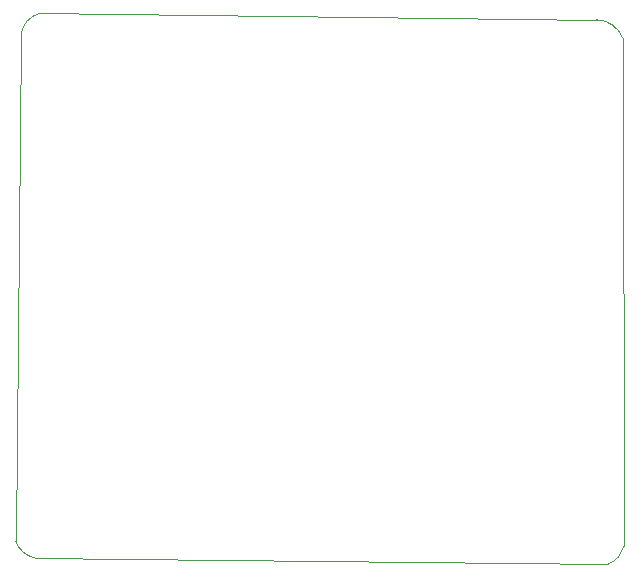
<source format=gbr>
%TF.GenerationSoftware,KiCad,Pcbnew,8.0.3*%
%TF.CreationDate,2024-10-14T16:47:46+01:00*%
%TF.ProjectId,nPM1300 kicad design,6e504d31-3330-4302-906b-696361642064,rev?*%
%TF.SameCoordinates,Original*%
%TF.FileFunction,Profile,NP*%
%FSLAX46Y46*%
G04 Gerber Fmt 4.6, Leading zero omitted, Abs format (unit mm)*
G04 Created by KiCad (PCBNEW 8.0.3) date 2024-10-14 16:47:46*
%MOMM*%
%LPD*%
G01*
G04 APERTURE LIST*
%TA.AperFunction,Profile*%
%ADD10C,0.050000*%
%TD*%
G04 APERTURE END LIST*
D10*
X99743398Y-48254944D02*
G75*
G02*
X101300000Y-46500001I2156602J-345056D01*
G01*
X99743398Y-48254944D02*
X99279730Y-91171008D01*
X149482414Y-93111921D02*
X100900000Y-92600000D01*
X100900000Y-92599999D02*
G75*
G02*
X99279731Y-91171008I500000J2199999D01*
G01*
X101300000Y-46500000D02*
X148469220Y-47031153D01*
X150699999Y-48600000D02*
X150800000Y-91600000D01*
X150800000Y-91600000D02*
G75*
G02*
X149482414Y-93111921I-2100000J500000D01*
G01*
X148469220Y-47031153D02*
G75*
G02*
X150699999Y-48600000I-69220J-2468847D01*
G01*
M02*

</source>
